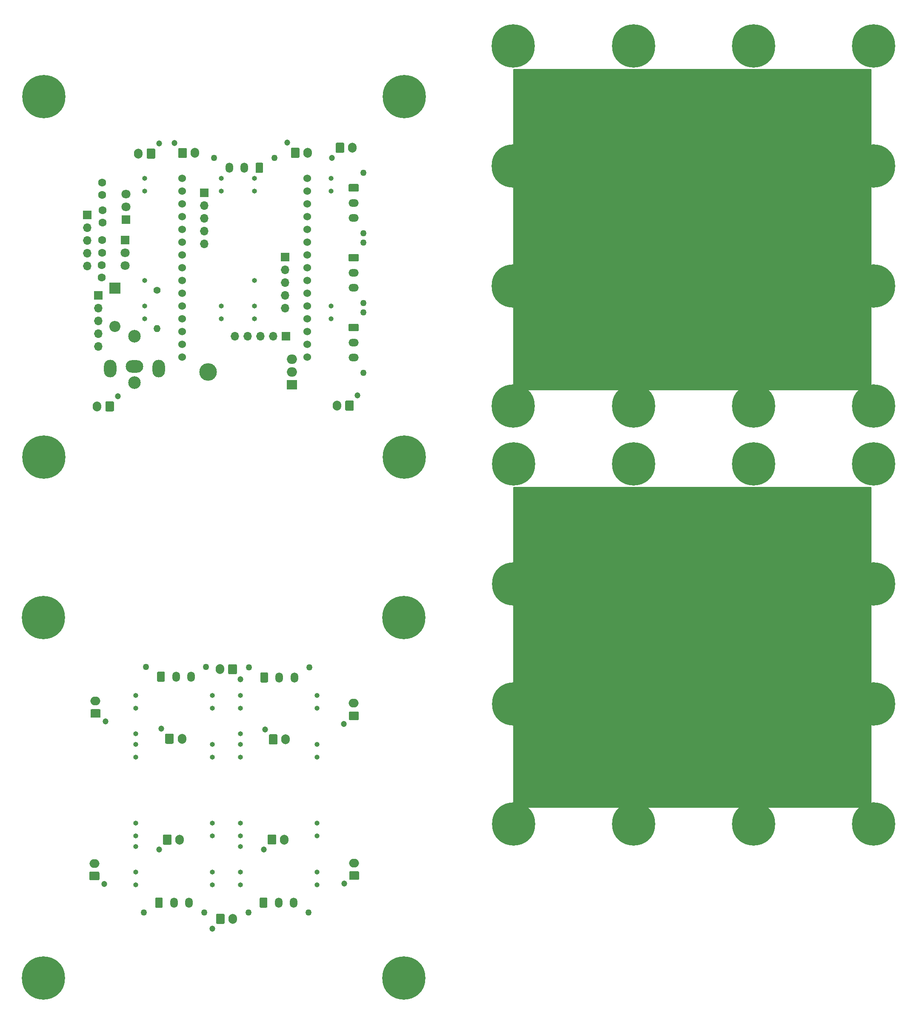
<source format=gbr>
G04 #@! TF.GenerationSoftware,KiCad,Pcbnew,5.1.5+dfsg1-2build2*
G04 #@! TF.CreationDate,2020-12-11T19:11:24+01:00*
G04 #@! TF.ProjectId,ariadne-v3-backup,61726961-646e-4652-9d76-332d6261636b,rev?*
G04 #@! TF.SameCoordinates,Original*
G04 #@! TF.FileFunction,Soldermask,Bot*
G04 #@! TF.FilePolarity,Negative*
%FSLAX46Y46*%
G04 Gerber Fmt 4.6, Leading zero omitted, Abs format (unit mm)*
G04 Created by KiCad (PCBNEW 5.1.5+dfsg1-2build2) date 2020-12-11 19:11:24*
%MOMM*%
%LPD*%
G04 APERTURE LIST*
%ADD10C,4.000000*%
%ADD11C,8.600000*%
%ADD12C,0.900000*%
%ADD13C,3.600000*%
%ADD14O,3.500000X2.500000*%
%ADD15O,2.500000X3.500000*%
%ADD16C,2.500000*%
%ADD17R,2.200000X2.200000*%
%ADD18O,2.200000X2.200000*%
%ADD19R,1.700000X1.700000*%
%ADD20O,1.700000X1.700000*%
%ADD21C,1.600000*%
%ADD22O,3.500000X3.500000*%
%ADD23R,2.000000X1.905000*%
%ADD24O,2.000000X1.905000*%
%ADD25C,1.400000*%
%ADD26O,1.400000X1.400000*%
%ADD27C,0.100000*%
%ADD28O,1.700000X2.000000*%
%ADD29C,1.200000*%
%ADD30O,1.000000X1.000000*%
%ADD31R,1.800000X1.800000*%
%ADD32C,1.800000*%
%ADD33C,1.524000*%
%ADD34C,1.270000*%
%ADD35O,1.500000X2.020000*%
%ADD36O,2.020000X1.500000*%
%ADD37O,2.000000X1.700000*%
%ADD38C,0.254000*%
G04 APERTURE END LIST*
D10*
X135010000Y-137667417D03*
X112382583Y-115040000D03*
X135010000Y-92412583D03*
X157637417Y-115040000D03*
D11*
X109410000Y-140890000D03*
D12*
X112635000Y-140890000D03*
X111690419Y-143170419D03*
X109410000Y-144115000D03*
X107129581Y-143170419D03*
X106185000Y-140890000D03*
X107129581Y-138609581D03*
X109410000Y-137665000D03*
X111690419Y-138609581D03*
X111690419Y-86909581D03*
X109410000Y-85965000D03*
X107129581Y-86909581D03*
X106185000Y-89190000D03*
X107129581Y-91470419D03*
X109410000Y-92415000D03*
X111690419Y-91470419D03*
X112635000Y-89190000D03*
D11*
X109410000Y-89190000D03*
D13*
X135235000Y-99615000D03*
X135235000Y-131015000D03*
X150935000Y-115315000D03*
X119535000Y-115315000D03*
D12*
X101690419Y-124709581D03*
X99410000Y-123765000D03*
X97129581Y-124709581D03*
X96185000Y-126990000D03*
X97129581Y-129270419D03*
X99410000Y-130215000D03*
X101690419Y-129270419D03*
X102635000Y-126990000D03*
D11*
X99410000Y-126990000D03*
D12*
X173390419Y-76909581D03*
X171110000Y-75965000D03*
X168829581Y-76909581D03*
X167885000Y-79190000D03*
X168829581Y-81470419D03*
X171110000Y-82415000D03*
X173390419Y-81470419D03*
X174335000Y-79190000D03*
D11*
X171110000Y-79190000D03*
D12*
X173390419Y-148609581D03*
X171110000Y-147665000D03*
X168829581Y-148609581D03*
X167885000Y-150890000D03*
X168829581Y-153170419D03*
X171110000Y-154115000D03*
X173390419Y-153170419D03*
X174335000Y-150890000D03*
D11*
X171110000Y-150890000D03*
D12*
X149490419Y-148609581D03*
X147210000Y-147665000D03*
X144929581Y-148609581D03*
X143985000Y-150890000D03*
X144929581Y-153170419D03*
X147210000Y-154115000D03*
X149490419Y-153170419D03*
X150435000Y-150890000D03*
D11*
X147210000Y-150890000D03*
X161110000Y-89190000D03*
D12*
X164335000Y-89190000D03*
X163390419Y-91470419D03*
X161110000Y-92415000D03*
X158829581Y-91470419D03*
X157885000Y-89190000D03*
X158829581Y-86909581D03*
X161110000Y-85965000D03*
X163390419Y-86909581D03*
X101690419Y-148609581D03*
X99410000Y-147665000D03*
X97129581Y-148609581D03*
X96185000Y-150890000D03*
X97129581Y-153170419D03*
X99410000Y-154115000D03*
X101690419Y-153170419D03*
X102635000Y-150890000D03*
D11*
X99410000Y-150890000D03*
D12*
X173390419Y-124709581D03*
X171110000Y-123765000D03*
X168829581Y-124709581D03*
X167885000Y-126990000D03*
X168829581Y-129270419D03*
X171110000Y-130215000D03*
X173390419Y-129270419D03*
X174335000Y-126990000D03*
D11*
X171110000Y-126990000D03*
D12*
X149490419Y-76909581D03*
X147210000Y-75965000D03*
X144929581Y-76909581D03*
X143985000Y-79190000D03*
X144929581Y-81470419D03*
X147210000Y-82415000D03*
X149490419Y-81470419D03*
X150435000Y-79190000D03*
D11*
X147210000Y-79190000D03*
D12*
X101690419Y-100809581D03*
X99410000Y-99865000D03*
X97129581Y-100809581D03*
X96185000Y-103090000D03*
X97129581Y-105370419D03*
X99410000Y-106315000D03*
X101690419Y-105370419D03*
X102635000Y-103090000D03*
D11*
X99410000Y-103090000D03*
D12*
X125590419Y-148609581D03*
X123310000Y-147665000D03*
X121029581Y-148609581D03*
X120085000Y-150890000D03*
X121029581Y-153170419D03*
X123310000Y-154115000D03*
X125590419Y-153170419D03*
X126535000Y-150890000D03*
D11*
X123310000Y-150890000D03*
D12*
X125590419Y-76909581D03*
X123310000Y-75965000D03*
X121029581Y-76909581D03*
X120085000Y-79190000D03*
X121029581Y-81470419D03*
X123310000Y-82415000D03*
X125590419Y-81470419D03*
X126535000Y-79190000D03*
D11*
X123310000Y-79190000D03*
X99410000Y-79190000D03*
D12*
X102635000Y-79190000D03*
X101690419Y-81470419D03*
X99410000Y-82415000D03*
X97129581Y-81470419D03*
X96185000Y-79190000D03*
X97129581Y-76909581D03*
X99410000Y-75965000D03*
X101690419Y-76909581D03*
D11*
X171110000Y-103090000D03*
D12*
X174335000Y-103090000D03*
X173390419Y-105370419D03*
X171110000Y-106315000D03*
X168829581Y-105370419D03*
X167885000Y-103090000D03*
X168829581Y-100809581D03*
X171110000Y-99865000D03*
X173390419Y-100809581D03*
X153390419Y-128609581D03*
X151110000Y-127665000D03*
X148829581Y-128609581D03*
X147885000Y-130890000D03*
X148829581Y-133170419D03*
X151110000Y-134115000D03*
X153390419Y-133170419D03*
X154335000Y-130890000D03*
D11*
X151110000Y-130890000D03*
D12*
X153390419Y-96909581D03*
X151110000Y-95965000D03*
X148829581Y-96909581D03*
X147885000Y-99190000D03*
X148829581Y-101470419D03*
X151110000Y-102415000D03*
X153390419Y-101470419D03*
X154335000Y-99190000D03*
D11*
X151110000Y-99190000D03*
D12*
X121690419Y-128609581D03*
X119410000Y-127665000D03*
X117129581Y-128609581D03*
X116185000Y-130890000D03*
X117129581Y-133170419D03*
X119410000Y-134115000D03*
X121690419Y-133170419D03*
X122635000Y-130890000D03*
D11*
X119410000Y-130890000D03*
X119410000Y-99190000D03*
D12*
X122635000Y-99190000D03*
X121690419Y-101470419D03*
X119410000Y-102415000D03*
X117129581Y-101470419D03*
X116185000Y-99190000D03*
X117129581Y-96909581D03*
X119410000Y-95965000D03*
X121690419Y-96909581D03*
D11*
X161110000Y-140890000D03*
D12*
X164335000Y-140890000D03*
X163390419Y-143170419D03*
X161110000Y-144115000D03*
X158829581Y-143170419D03*
X157885000Y-140890000D03*
X158829581Y-138609581D03*
X161110000Y-137665000D03*
X163390419Y-138609581D03*
D11*
X119400000Y-47750000D03*
D12*
X122625000Y-47750000D03*
X121680419Y-50030419D03*
X119400000Y-50975000D03*
X117119581Y-50030419D03*
X116175000Y-47750000D03*
X117119581Y-45469581D03*
X119400000Y-44525000D03*
X121680419Y-45469581D03*
D11*
X5900000Y-109800000D03*
D12*
X9125000Y-109800000D03*
X8180419Y-112080419D03*
X5900000Y-113025000D03*
X3619581Y-112080419D03*
X2675000Y-109800000D03*
X3619581Y-107519581D03*
X5900000Y-106575000D03*
X8180419Y-107519581D03*
X79880419Y-107519581D03*
X77600000Y-106575000D03*
X75319581Y-107519581D03*
X74375000Y-109800000D03*
X75319581Y-112080419D03*
X77600000Y-113025000D03*
X79880419Y-112080419D03*
X80825000Y-109800000D03*
D11*
X77600000Y-109800000D03*
D12*
X79880419Y-179219581D03*
X77600000Y-178275000D03*
X75319581Y-179219581D03*
X74375000Y-181500000D03*
X75319581Y-183780419D03*
X77600000Y-184725000D03*
X79880419Y-183780419D03*
X80825000Y-181500000D03*
D11*
X77600000Y-181500000D03*
D12*
X8180419Y-179219581D03*
X5900000Y-178275000D03*
X3619581Y-179219581D03*
X2675000Y-181500000D03*
X3619581Y-183780419D03*
X5900000Y-184725000D03*
X8180419Y-183780419D03*
X9125000Y-181500000D03*
D11*
X5900000Y-181500000D03*
D10*
X157627417Y-31900000D03*
X135000000Y-9272583D03*
X112372583Y-31900000D03*
X135000000Y-54527417D03*
D11*
X151100000Y-16050000D03*
D12*
X154325000Y-16050000D03*
X153380419Y-18330419D03*
X151100000Y-19275000D03*
X148819581Y-18330419D03*
X147875000Y-16050000D03*
X148819581Y-13769581D03*
X151100000Y-12825000D03*
X153380419Y-13769581D03*
X173380419Y-17669581D03*
X171100000Y-16725000D03*
X168819581Y-17669581D03*
X167875000Y-19950000D03*
X168819581Y-22230419D03*
X171100000Y-23175000D03*
X173380419Y-22230419D03*
X174325000Y-19950000D03*
D11*
X171100000Y-19950000D03*
X151100000Y-47750000D03*
D12*
X154325000Y-47750000D03*
X153380419Y-50030419D03*
X151100000Y-50975000D03*
X148819581Y-50030419D03*
X147875000Y-47750000D03*
X148819581Y-45469581D03*
X151100000Y-44525000D03*
X153380419Y-45469581D03*
X121680419Y-13769581D03*
X119400000Y-12825000D03*
X117119581Y-13769581D03*
X116175000Y-16050000D03*
X117119581Y-18330419D03*
X119400000Y-19275000D03*
X121680419Y-18330419D03*
X122625000Y-16050000D03*
D11*
X119400000Y-16050000D03*
D12*
X163380419Y-55469581D03*
X161100000Y-54525000D03*
X158819581Y-55469581D03*
X157875000Y-57750000D03*
X158819581Y-60030419D03*
X161100000Y-60975000D03*
X163380419Y-60030419D03*
X164325000Y-57750000D03*
D11*
X161100000Y-57750000D03*
D12*
X111680419Y-55469581D03*
X109400000Y-54525000D03*
X107119581Y-55469581D03*
X106175000Y-57750000D03*
X107119581Y-60030419D03*
X109400000Y-60975000D03*
X111680419Y-60030419D03*
X112625000Y-57750000D03*
D11*
X109400000Y-57750000D03*
D12*
X163380419Y-3769581D03*
X161100000Y-2825000D03*
X158819581Y-3769581D03*
X157875000Y-6050000D03*
X158819581Y-8330419D03*
X161100000Y-9275000D03*
X163380419Y-8330419D03*
X164325000Y-6050000D03*
D11*
X161100000Y-6050000D03*
X109400000Y-6050000D03*
D12*
X112625000Y-6050000D03*
X111680419Y-8330419D03*
X109400000Y-9275000D03*
X107119581Y-8330419D03*
X106175000Y-6050000D03*
X107119581Y-3769581D03*
X109400000Y-2825000D03*
X111680419Y-3769581D03*
D11*
X171100000Y-67750000D03*
D12*
X174325000Y-67750000D03*
X173380419Y-70030419D03*
X171100000Y-70975000D03*
X168819581Y-70030419D03*
X167875000Y-67750000D03*
X168819581Y-65469581D03*
X171100000Y-64525000D03*
X173380419Y-65469581D03*
D11*
X147200000Y-67750000D03*
D12*
X150425000Y-67750000D03*
X149480419Y-70030419D03*
X147200000Y-70975000D03*
X144919581Y-70030419D03*
X143975000Y-67750000D03*
X144919581Y-65469581D03*
X147200000Y-64525000D03*
X149480419Y-65469581D03*
D11*
X123300000Y-67750000D03*
D12*
X126525000Y-67750000D03*
X125580419Y-70030419D03*
X123300000Y-70975000D03*
X121019581Y-70030419D03*
X120075000Y-67750000D03*
X121019581Y-65469581D03*
X123300000Y-64525000D03*
X125580419Y-65469581D03*
D11*
X99400000Y-67750000D03*
D12*
X102625000Y-67750000D03*
X101680419Y-70030419D03*
X99400000Y-70975000D03*
X97119581Y-70030419D03*
X96175000Y-67750000D03*
X97119581Y-65469581D03*
X99400000Y-64525000D03*
X101680419Y-65469581D03*
D11*
X171100000Y-43850000D03*
D12*
X174325000Y-43850000D03*
X173380419Y-46130419D03*
X171100000Y-47075000D03*
X168819581Y-46130419D03*
X167875000Y-43850000D03*
X168819581Y-41569581D03*
X171100000Y-40625000D03*
X173380419Y-41569581D03*
D11*
X99400000Y-43850000D03*
D12*
X102625000Y-43850000D03*
X101680419Y-46130419D03*
X99400000Y-47075000D03*
X97119581Y-46130419D03*
X96175000Y-43850000D03*
X97119581Y-41569581D03*
X99400000Y-40625000D03*
X101680419Y-41569581D03*
D11*
X99400000Y-19950000D03*
D12*
X102625000Y-19950000D03*
X101680419Y-22230419D03*
X99400000Y-23175000D03*
X97119581Y-22230419D03*
X96175000Y-19950000D03*
X97119581Y-17669581D03*
X99400000Y-16725000D03*
X101680419Y-17669581D03*
D11*
X171100000Y3950000D03*
D12*
X174325000Y3950000D03*
X173380419Y1669581D03*
X171100000Y725000D03*
X168819581Y1669581D03*
X167875000Y3950000D03*
X168819581Y6230419D03*
X171100000Y7175000D03*
X173380419Y6230419D03*
D11*
X147200000Y3950000D03*
D12*
X150425000Y3950000D03*
X149480419Y1669581D03*
X147200000Y725000D03*
X144919581Y1669581D03*
X143975000Y3950000D03*
X144919581Y6230419D03*
X147200000Y7175000D03*
X149480419Y6230419D03*
D11*
X123300000Y3950000D03*
D12*
X126525000Y3950000D03*
X125580419Y1669581D03*
X123300000Y725000D03*
X121019581Y1669581D03*
X120075000Y3950000D03*
X121019581Y6230419D03*
X123300000Y7175000D03*
X125580419Y6230419D03*
X101680419Y6230419D03*
X99400000Y7175000D03*
X97119581Y6230419D03*
X96175000Y3950000D03*
X97119581Y1669581D03*
X99400000Y725000D03*
X101680419Y1669581D03*
X102625000Y3950000D03*
D11*
X99400000Y3950000D03*
X77700000Y-77900000D03*
D12*
X80925000Y-77900000D03*
X79980419Y-80180419D03*
X77700000Y-81125000D03*
X75419581Y-80180419D03*
X74475000Y-77900000D03*
X75419581Y-75619581D03*
X77700000Y-74675000D03*
X79980419Y-75619581D03*
D11*
X6000000Y-77900000D03*
D12*
X9225000Y-77900000D03*
X8280419Y-80180419D03*
X6000000Y-81125000D03*
X3719581Y-80180419D03*
X2775000Y-77900000D03*
X3719581Y-75619581D03*
X6000000Y-74675000D03*
X8280419Y-75619581D03*
D11*
X77700000Y-6200000D03*
D12*
X80925000Y-6200000D03*
X79980419Y-8480419D03*
X77700000Y-9425000D03*
X75419581Y-8480419D03*
X74475000Y-6200000D03*
X75419581Y-3919581D03*
X77700000Y-2975000D03*
X79980419Y-3919581D03*
X8280419Y-3919581D03*
X6000000Y-2975000D03*
X3719581Y-3919581D03*
X2775000Y-6200000D03*
X3719581Y-8480419D03*
X6000000Y-9425000D03*
X8280419Y-8480419D03*
X9225000Y-6200000D03*
D11*
X6000000Y-6200000D03*
D13*
X119525000Y-32175000D03*
X150925000Y-32175000D03*
X135225000Y-47875000D03*
X135225000Y-16475000D03*
D14*
X24000000Y-59800000D03*
D15*
X19200000Y-60300000D03*
X28800000Y-60300000D03*
D16*
X24000000Y-53800000D03*
X24000000Y-63050000D03*
D17*
X20075000Y-44225000D03*
D18*
X20075000Y-51845000D03*
D19*
X54000000Y-38100000D03*
D20*
X54000000Y-40640000D03*
X54000000Y-43180000D03*
X54000000Y-45720000D03*
X54000000Y-48260000D03*
X44015000Y-53825000D03*
X46555000Y-53825000D03*
X49095000Y-53825000D03*
X51635000Y-53825000D03*
D19*
X54175000Y-53825000D03*
X14625000Y-29700000D03*
D20*
X14625000Y-32240000D03*
X14625000Y-34780000D03*
X14625000Y-37320000D03*
X14625000Y-39860000D03*
D19*
X16800000Y-45725000D03*
D20*
X16800000Y-48265000D03*
X16800000Y-50805000D03*
X16800000Y-53345000D03*
X16800000Y-55885000D03*
X37875000Y-35460000D03*
X37875000Y-32920000D03*
X37875000Y-30380000D03*
X37875000Y-27840000D03*
D19*
X37875000Y-25300000D03*
D21*
X17550000Y-23225000D03*
X17550000Y-25725000D03*
X17575000Y-37225000D03*
X17575000Y-34725000D03*
X17700000Y-31250000D03*
X17700000Y-28750000D03*
X17525000Y-39650000D03*
X17525000Y-42150000D03*
D22*
X38665000Y-60960000D03*
D23*
X55325000Y-63500000D03*
D24*
X55325000Y-60960000D03*
X55325000Y-58420000D03*
D25*
X28525000Y-44675000D03*
D26*
X28525000Y-52295000D03*
D27*
G36*
X52224504Y-133026204D02*
G01*
X52248773Y-133029804D01*
X52272571Y-133035765D01*
X52295671Y-133044030D01*
X52317849Y-133054520D01*
X52338893Y-133067133D01*
X52358598Y-133081747D01*
X52376777Y-133098223D01*
X52393253Y-133116402D01*
X52407867Y-133136107D01*
X52420480Y-133157151D01*
X52430970Y-133179329D01*
X52439235Y-133202429D01*
X52445196Y-133226227D01*
X52448796Y-133250496D01*
X52450000Y-133275000D01*
X52450000Y-134775000D01*
X52448796Y-134799504D01*
X52445196Y-134823773D01*
X52439235Y-134847571D01*
X52430970Y-134870671D01*
X52420480Y-134892849D01*
X52407867Y-134913893D01*
X52393253Y-134933598D01*
X52376777Y-134951777D01*
X52358598Y-134968253D01*
X52338893Y-134982867D01*
X52317849Y-134995480D01*
X52295671Y-135005970D01*
X52272571Y-135014235D01*
X52248773Y-135020196D01*
X52224504Y-135023796D01*
X52200000Y-135025000D01*
X51000000Y-135025000D01*
X50975496Y-135023796D01*
X50951227Y-135020196D01*
X50927429Y-135014235D01*
X50904329Y-135005970D01*
X50882151Y-134995480D01*
X50861107Y-134982867D01*
X50841402Y-134968253D01*
X50823223Y-134951777D01*
X50806747Y-134933598D01*
X50792133Y-134913893D01*
X50779520Y-134892849D01*
X50769030Y-134870671D01*
X50760765Y-134847571D01*
X50754804Y-134823773D01*
X50751204Y-134799504D01*
X50750000Y-134775000D01*
X50750000Y-133275000D01*
X50751204Y-133250496D01*
X50754804Y-133226227D01*
X50760765Y-133202429D01*
X50769030Y-133179329D01*
X50779520Y-133157151D01*
X50792133Y-133136107D01*
X50806747Y-133116402D01*
X50823223Y-133098223D01*
X50841402Y-133081747D01*
X50861107Y-133067133D01*
X50882151Y-133054520D01*
X50904329Y-133044030D01*
X50927429Y-133035765D01*
X50951227Y-133029804D01*
X50975496Y-133026204D01*
X51000000Y-133025000D01*
X52200000Y-133025000D01*
X52224504Y-133026204D01*
G37*
D28*
X54100000Y-134025000D03*
D29*
X50000000Y-132025000D03*
D27*
G36*
X34174504Y-16376204D02*
G01*
X34198773Y-16379804D01*
X34222571Y-16385765D01*
X34245671Y-16394030D01*
X34267849Y-16404520D01*
X34288893Y-16417133D01*
X34308598Y-16431747D01*
X34326777Y-16448223D01*
X34343253Y-16466402D01*
X34357867Y-16486107D01*
X34370480Y-16507151D01*
X34380970Y-16529329D01*
X34389235Y-16552429D01*
X34395196Y-16576227D01*
X34398796Y-16600496D01*
X34400000Y-16625000D01*
X34400000Y-18125000D01*
X34398796Y-18149504D01*
X34395196Y-18173773D01*
X34389235Y-18197571D01*
X34380970Y-18220671D01*
X34370480Y-18242849D01*
X34357867Y-18263893D01*
X34343253Y-18283598D01*
X34326777Y-18301777D01*
X34308598Y-18318253D01*
X34288893Y-18332867D01*
X34267849Y-18345480D01*
X34245671Y-18355970D01*
X34222571Y-18364235D01*
X34198773Y-18370196D01*
X34174504Y-18373796D01*
X34150000Y-18375000D01*
X32950000Y-18375000D01*
X32925496Y-18373796D01*
X32901227Y-18370196D01*
X32877429Y-18364235D01*
X32854329Y-18355970D01*
X32832151Y-18345480D01*
X32811107Y-18332867D01*
X32791402Y-18318253D01*
X32773223Y-18301777D01*
X32756747Y-18283598D01*
X32742133Y-18263893D01*
X32729520Y-18242849D01*
X32719030Y-18220671D01*
X32710765Y-18197571D01*
X32704804Y-18173773D01*
X32701204Y-18149504D01*
X32700000Y-18125000D01*
X32700000Y-16625000D01*
X32701204Y-16600496D01*
X32704804Y-16576227D01*
X32710765Y-16552429D01*
X32719030Y-16529329D01*
X32729520Y-16507151D01*
X32742133Y-16486107D01*
X32756747Y-16466402D01*
X32773223Y-16448223D01*
X32791402Y-16431747D01*
X32811107Y-16417133D01*
X32832151Y-16404520D01*
X32854329Y-16394030D01*
X32877429Y-16385765D01*
X32901227Y-16379804D01*
X32925496Y-16376204D01*
X32950000Y-16375000D01*
X34150000Y-16375000D01*
X34174504Y-16376204D01*
G37*
D28*
X36050000Y-17375000D03*
D29*
X31950000Y-15375000D03*
D30*
X41270000Y-22410000D03*
X41270000Y-24950000D03*
X41270000Y-47810000D03*
X41270000Y-50350000D03*
X26030000Y-42730000D03*
X26030000Y-50350000D03*
X26030000Y-47810000D03*
X26030000Y-24950000D03*
X26030000Y-22410000D03*
X45055000Y-135060000D03*
X45055000Y-137600000D03*
X45055000Y-160460000D03*
X45055000Y-163000000D03*
X45055000Y-155380000D03*
X60295000Y-163000000D03*
X60295000Y-160460000D03*
X60295000Y-137600000D03*
X60295000Y-135060000D03*
D31*
X22275000Y-30650000D03*
D32*
X22275000Y-28110000D03*
X22275000Y-25570000D03*
X22150000Y-39805000D03*
X22150000Y-37265000D03*
D31*
X22150000Y-34725000D03*
D29*
X54375000Y-15325000D03*
D28*
X58475000Y-17325000D03*
D27*
G36*
X56599504Y-16326204D02*
G01*
X56623773Y-16329804D01*
X56647571Y-16335765D01*
X56670671Y-16344030D01*
X56692849Y-16354520D01*
X56713893Y-16367133D01*
X56733598Y-16381747D01*
X56751777Y-16398223D01*
X56768253Y-16416402D01*
X56782867Y-16436107D01*
X56795480Y-16457151D01*
X56805970Y-16479329D01*
X56814235Y-16502429D01*
X56820196Y-16526227D01*
X56823796Y-16550496D01*
X56825000Y-16575000D01*
X56825000Y-18075000D01*
X56823796Y-18099504D01*
X56820196Y-18123773D01*
X56814235Y-18147571D01*
X56805970Y-18170671D01*
X56795480Y-18192849D01*
X56782867Y-18213893D01*
X56768253Y-18233598D01*
X56751777Y-18251777D01*
X56733598Y-18268253D01*
X56713893Y-18282867D01*
X56692849Y-18295480D01*
X56670671Y-18305970D01*
X56647571Y-18314235D01*
X56623773Y-18320196D01*
X56599504Y-18323796D01*
X56575000Y-18325000D01*
X55375000Y-18325000D01*
X55350496Y-18323796D01*
X55326227Y-18320196D01*
X55302429Y-18314235D01*
X55279329Y-18305970D01*
X55257151Y-18295480D01*
X55236107Y-18282867D01*
X55216402Y-18268253D01*
X55198223Y-18251777D01*
X55181747Y-18233598D01*
X55167133Y-18213893D01*
X55154520Y-18192849D01*
X55144030Y-18170671D01*
X55135765Y-18147571D01*
X55129804Y-18123773D01*
X55126204Y-18099504D01*
X55125000Y-18075000D01*
X55125000Y-16575000D01*
X55126204Y-16550496D01*
X55129804Y-16526227D01*
X55135765Y-16502429D01*
X55144030Y-16479329D01*
X55154520Y-16457151D01*
X55167133Y-16436107D01*
X55181747Y-16416402D01*
X55198223Y-16398223D01*
X55216402Y-16381747D01*
X55236107Y-16367133D01*
X55257151Y-16354520D01*
X55279329Y-16344030D01*
X55302429Y-16335765D01*
X55326227Y-16329804D01*
X55350496Y-16326204D01*
X55375000Y-16325000D01*
X56575000Y-16325000D01*
X56599504Y-16326204D01*
G37*
G36*
X31149504Y-152976204D02*
G01*
X31173773Y-152979804D01*
X31197571Y-152985765D01*
X31220671Y-152994030D01*
X31242849Y-153004520D01*
X31263893Y-153017133D01*
X31283598Y-153031747D01*
X31301777Y-153048223D01*
X31318253Y-153066402D01*
X31332867Y-153086107D01*
X31345480Y-153107151D01*
X31355970Y-153129329D01*
X31364235Y-153152429D01*
X31370196Y-153176227D01*
X31373796Y-153200496D01*
X31375000Y-153225000D01*
X31375000Y-154725000D01*
X31373796Y-154749504D01*
X31370196Y-154773773D01*
X31364235Y-154797571D01*
X31355970Y-154820671D01*
X31345480Y-154842849D01*
X31332867Y-154863893D01*
X31318253Y-154883598D01*
X31301777Y-154901777D01*
X31283598Y-154918253D01*
X31263893Y-154932867D01*
X31242849Y-154945480D01*
X31220671Y-154955970D01*
X31197571Y-154964235D01*
X31173773Y-154970196D01*
X31149504Y-154973796D01*
X31125000Y-154975000D01*
X29925000Y-154975000D01*
X29900496Y-154973796D01*
X29876227Y-154970196D01*
X29852429Y-154964235D01*
X29829329Y-154955970D01*
X29807151Y-154945480D01*
X29786107Y-154932867D01*
X29766402Y-154918253D01*
X29748223Y-154901777D01*
X29731747Y-154883598D01*
X29717133Y-154863893D01*
X29704520Y-154842849D01*
X29694030Y-154820671D01*
X29685765Y-154797571D01*
X29679804Y-154773773D01*
X29676204Y-154749504D01*
X29675000Y-154725000D01*
X29675000Y-153225000D01*
X29676204Y-153200496D01*
X29679804Y-153176227D01*
X29685765Y-153152429D01*
X29694030Y-153129329D01*
X29704520Y-153107151D01*
X29717133Y-153086107D01*
X29731747Y-153066402D01*
X29748223Y-153048223D01*
X29766402Y-153031747D01*
X29786107Y-153017133D01*
X29807151Y-153004520D01*
X29829329Y-152994030D01*
X29852429Y-152985765D01*
X29876227Y-152979804D01*
X29900496Y-152976204D01*
X29925000Y-152975000D01*
X31125000Y-152975000D01*
X31149504Y-152976204D01*
G37*
D28*
X33025000Y-153975000D03*
D29*
X28925000Y-155975000D03*
D30*
X24255000Y-153190000D03*
X24255000Y-150650000D03*
X24255000Y-127790000D03*
X24255000Y-125250000D03*
X24255000Y-132870000D03*
X39495000Y-125250000D03*
X39495000Y-127790000D03*
X39495000Y-150650000D03*
X39495000Y-153190000D03*
X63095000Y-22410000D03*
X63095000Y-24950000D03*
X63095000Y-47810000D03*
X63095000Y-50350000D03*
X47855000Y-42730000D03*
X47855000Y-50350000D03*
X47855000Y-47810000D03*
X47855000Y-24950000D03*
X47855000Y-22410000D03*
D33*
X58396000Y-57984000D03*
X58396000Y-55444000D03*
X58396000Y-52904000D03*
X58396000Y-50364000D03*
X58396000Y-47824000D03*
X58396000Y-45284000D03*
X58396000Y-42744000D03*
X58396000Y-40204000D03*
X58396000Y-37664000D03*
X58396000Y-35124000D03*
X58396000Y-32584000D03*
X58396000Y-30044000D03*
X58396000Y-27504000D03*
X58396000Y-24964000D03*
X58396000Y-24964000D03*
X58396000Y-22424000D03*
X33504000Y-22424000D03*
X33504000Y-24964000D03*
X33504000Y-27504000D03*
X33504000Y-30044000D03*
X33504000Y-32584000D03*
X33504000Y-35124000D03*
X33504000Y-37664000D03*
X33504000Y-40204000D03*
X33504000Y-42744000D03*
X33504000Y-45284000D03*
X33504000Y-47824000D03*
X33504000Y-50364000D03*
X33504000Y-52904000D03*
X33504000Y-55444000D03*
X33504000Y-57984000D03*
D27*
G36*
X31574504Y-132901204D02*
G01*
X31598773Y-132904804D01*
X31622571Y-132910765D01*
X31645671Y-132919030D01*
X31667849Y-132929520D01*
X31688893Y-132942133D01*
X31708598Y-132956747D01*
X31726777Y-132973223D01*
X31743253Y-132991402D01*
X31757867Y-133011107D01*
X31770480Y-133032151D01*
X31780970Y-133054329D01*
X31789235Y-133077429D01*
X31795196Y-133101227D01*
X31798796Y-133125496D01*
X31800000Y-133150000D01*
X31800000Y-134650000D01*
X31798796Y-134674504D01*
X31795196Y-134698773D01*
X31789235Y-134722571D01*
X31780970Y-134745671D01*
X31770480Y-134767849D01*
X31757867Y-134788893D01*
X31743253Y-134808598D01*
X31726777Y-134826777D01*
X31708598Y-134843253D01*
X31688893Y-134857867D01*
X31667849Y-134870480D01*
X31645671Y-134880970D01*
X31622571Y-134889235D01*
X31598773Y-134895196D01*
X31574504Y-134898796D01*
X31550000Y-134900000D01*
X30350000Y-134900000D01*
X30325496Y-134898796D01*
X30301227Y-134895196D01*
X30277429Y-134889235D01*
X30254329Y-134880970D01*
X30232151Y-134870480D01*
X30211107Y-134857867D01*
X30191402Y-134843253D01*
X30173223Y-134826777D01*
X30156747Y-134808598D01*
X30142133Y-134788893D01*
X30129520Y-134767849D01*
X30119030Y-134745671D01*
X30110765Y-134722571D01*
X30104804Y-134698773D01*
X30101204Y-134674504D01*
X30100000Y-134650000D01*
X30100000Y-133150000D01*
X30101204Y-133125496D01*
X30104804Y-133101227D01*
X30110765Y-133077429D01*
X30119030Y-133054329D01*
X30129520Y-133032151D01*
X30142133Y-133011107D01*
X30156747Y-132991402D01*
X30173223Y-132973223D01*
X30191402Y-132956747D01*
X30211107Y-132942133D01*
X30232151Y-132929520D01*
X30254329Y-132919030D01*
X30277429Y-132910765D01*
X30301227Y-132904804D01*
X30325496Y-132901204D01*
X30350000Y-132900000D01*
X31550000Y-132900000D01*
X31574504Y-132901204D01*
G37*
D28*
X33450000Y-133900000D03*
D29*
X29350000Y-131900000D03*
X49750000Y-155950000D03*
D28*
X53850000Y-153950000D03*
D27*
G36*
X51974504Y-152951204D02*
G01*
X51998773Y-152954804D01*
X52022571Y-152960765D01*
X52045671Y-152969030D01*
X52067849Y-152979520D01*
X52088893Y-152992133D01*
X52108598Y-153006747D01*
X52126777Y-153023223D01*
X52143253Y-153041402D01*
X52157867Y-153061107D01*
X52170480Y-153082151D01*
X52180970Y-153104329D01*
X52189235Y-153127429D01*
X52195196Y-153151227D01*
X52198796Y-153175496D01*
X52200000Y-153200000D01*
X52200000Y-154700000D01*
X52198796Y-154724504D01*
X52195196Y-154748773D01*
X52189235Y-154772571D01*
X52180970Y-154795671D01*
X52170480Y-154817849D01*
X52157867Y-154838893D01*
X52143253Y-154858598D01*
X52126777Y-154876777D01*
X52108598Y-154893253D01*
X52088893Y-154907867D01*
X52067849Y-154920480D01*
X52045671Y-154930970D01*
X52022571Y-154939235D01*
X51998773Y-154945196D01*
X51974504Y-154948796D01*
X51950000Y-154950000D01*
X50750000Y-154950000D01*
X50725496Y-154948796D01*
X50701227Y-154945196D01*
X50677429Y-154939235D01*
X50654329Y-154930970D01*
X50632151Y-154920480D01*
X50611107Y-154907867D01*
X50591402Y-154893253D01*
X50573223Y-154876777D01*
X50556747Y-154858598D01*
X50542133Y-154838893D01*
X50529520Y-154817849D01*
X50519030Y-154795671D01*
X50510765Y-154772571D01*
X50504804Y-154748773D01*
X50501204Y-154724504D01*
X50500000Y-154700000D01*
X50500000Y-153200000D01*
X50501204Y-153175496D01*
X50504804Y-153151227D01*
X50510765Y-153127429D01*
X50519030Y-153104329D01*
X50529520Y-153082151D01*
X50542133Y-153061107D01*
X50556747Y-153041402D01*
X50573223Y-153023223D01*
X50591402Y-153006747D01*
X50611107Y-152992133D01*
X50632151Y-152979520D01*
X50654329Y-152969030D01*
X50677429Y-152960765D01*
X50701227Y-152954804D01*
X50725496Y-152951204D01*
X50750000Y-152950000D01*
X51950000Y-152950000D01*
X51974504Y-152951204D01*
G37*
D30*
X60295000Y-153190000D03*
X60295000Y-150650000D03*
X60295000Y-127790000D03*
X60295000Y-125250000D03*
X45055000Y-132870000D03*
X45055000Y-125250000D03*
X45055000Y-127790000D03*
X45055000Y-150650000D03*
X45055000Y-153190000D03*
X24305000Y-135060000D03*
X24305000Y-137600000D03*
X24305000Y-160460000D03*
X24305000Y-163000000D03*
X24305000Y-155380000D03*
X39545000Y-163000000D03*
X39545000Y-160460000D03*
X39545000Y-137600000D03*
X39545000Y-135060000D03*
D29*
X63300000Y-18325000D03*
D28*
X67400000Y-16325000D03*
D27*
G36*
X65524504Y-15326204D02*
G01*
X65548773Y-15329804D01*
X65572571Y-15335765D01*
X65595671Y-15344030D01*
X65617849Y-15354520D01*
X65638893Y-15367133D01*
X65658598Y-15381747D01*
X65676777Y-15398223D01*
X65693253Y-15416402D01*
X65707867Y-15436107D01*
X65720480Y-15457151D01*
X65730970Y-15479329D01*
X65739235Y-15502429D01*
X65745196Y-15526227D01*
X65748796Y-15550496D01*
X65750000Y-15575000D01*
X65750000Y-17075000D01*
X65748796Y-17099504D01*
X65745196Y-17123773D01*
X65739235Y-17147571D01*
X65730970Y-17170671D01*
X65720480Y-17192849D01*
X65707867Y-17213893D01*
X65693253Y-17233598D01*
X65676777Y-17251777D01*
X65658598Y-17268253D01*
X65638893Y-17282867D01*
X65617849Y-17295480D01*
X65595671Y-17305970D01*
X65572571Y-17314235D01*
X65548773Y-17320196D01*
X65524504Y-17323796D01*
X65500000Y-17325000D01*
X64300000Y-17325000D01*
X64275496Y-17323796D01*
X64251227Y-17320196D01*
X64227429Y-17314235D01*
X64204329Y-17305970D01*
X64182151Y-17295480D01*
X64161107Y-17282867D01*
X64141402Y-17268253D01*
X64123223Y-17251777D01*
X64106747Y-17233598D01*
X64092133Y-17213893D01*
X64079520Y-17192849D01*
X64069030Y-17170671D01*
X64060765Y-17147571D01*
X64054804Y-17123773D01*
X64051204Y-17099504D01*
X64050000Y-17075000D01*
X64050000Y-15575000D01*
X64051204Y-15550496D01*
X64054804Y-15526227D01*
X64060765Y-15502429D01*
X64069030Y-15479329D01*
X64079520Y-15457151D01*
X64092133Y-15436107D01*
X64106747Y-15416402D01*
X64123223Y-15398223D01*
X64141402Y-15381747D01*
X64161107Y-15367133D01*
X64182151Y-15354520D01*
X64204329Y-15344030D01*
X64227429Y-15335765D01*
X64251227Y-15329804D01*
X64275496Y-15326204D01*
X64300000Y-15325000D01*
X65500000Y-15325000D01*
X65524504Y-15326204D01*
G37*
D29*
X28900000Y-15500000D03*
D28*
X24800000Y-17500000D03*
D27*
G36*
X27924504Y-16501204D02*
G01*
X27948773Y-16504804D01*
X27972571Y-16510765D01*
X27995671Y-16519030D01*
X28017849Y-16529520D01*
X28038893Y-16542133D01*
X28058598Y-16556747D01*
X28076777Y-16573223D01*
X28093253Y-16591402D01*
X28107867Y-16611107D01*
X28120480Y-16632151D01*
X28130970Y-16654329D01*
X28139235Y-16677429D01*
X28145196Y-16701227D01*
X28148796Y-16725496D01*
X28150000Y-16750000D01*
X28150000Y-18250000D01*
X28148796Y-18274504D01*
X28145196Y-18298773D01*
X28139235Y-18322571D01*
X28130970Y-18345671D01*
X28120480Y-18367849D01*
X28107867Y-18388893D01*
X28093253Y-18408598D01*
X28076777Y-18426777D01*
X28058598Y-18443253D01*
X28038893Y-18457867D01*
X28017849Y-18470480D01*
X27995671Y-18480970D01*
X27972571Y-18489235D01*
X27948773Y-18495196D01*
X27924504Y-18498796D01*
X27900000Y-18500000D01*
X26700000Y-18500000D01*
X26675496Y-18498796D01*
X26651227Y-18495196D01*
X26627429Y-18489235D01*
X26604329Y-18480970D01*
X26582151Y-18470480D01*
X26561107Y-18457867D01*
X26541402Y-18443253D01*
X26523223Y-18426777D01*
X26506747Y-18408598D01*
X26492133Y-18388893D01*
X26479520Y-18367849D01*
X26469030Y-18345671D01*
X26460765Y-18322571D01*
X26454804Y-18298773D01*
X26451204Y-18274504D01*
X26450000Y-18250000D01*
X26450000Y-16750000D01*
X26451204Y-16725496D01*
X26454804Y-16701227D01*
X26460765Y-16677429D01*
X26469030Y-16654329D01*
X26479520Y-16632151D01*
X26492133Y-16611107D01*
X26506747Y-16591402D01*
X26523223Y-16573223D01*
X26541402Y-16556747D01*
X26561107Y-16542133D01*
X26582151Y-16529520D01*
X26604329Y-16519030D01*
X26627429Y-16510765D01*
X26651227Y-16504804D01*
X26675496Y-16501204D01*
X26700000Y-16500000D01*
X27900000Y-16500000D01*
X27924504Y-16501204D01*
G37*
D34*
X46675000Y-168460000D03*
X58675000Y-168460000D03*
D27*
G36*
X50199504Y-165491204D02*
G01*
X50223773Y-165494804D01*
X50247571Y-165500765D01*
X50270671Y-165509030D01*
X50292849Y-165519520D01*
X50313893Y-165532133D01*
X50333598Y-165546747D01*
X50351777Y-165563223D01*
X50368253Y-165581402D01*
X50382867Y-165601107D01*
X50395480Y-165622151D01*
X50405970Y-165644329D01*
X50414235Y-165667429D01*
X50420196Y-165691227D01*
X50423796Y-165715496D01*
X50425000Y-165740000D01*
X50425000Y-167260000D01*
X50423796Y-167284504D01*
X50420196Y-167308773D01*
X50414235Y-167332571D01*
X50405970Y-167355671D01*
X50395480Y-167377849D01*
X50382867Y-167398893D01*
X50368253Y-167418598D01*
X50351777Y-167436777D01*
X50333598Y-167453253D01*
X50313893Y-167467867D01*
X50292849Y-167480480D01*
X50270671Y-167490970D01*
X50247571Y-167499235D01*
X50223773Y-167505196D01*
X50199504Y-167508796D01*
X50175000Y-167510000D01*
X49175000Y-167510000D01*
X49150496Y-167508796D01*
X49126227Y-167505196D01*
X49102429Y-167499235D01*
X49079329Y-167490970D01*
X49057151Y-167480480D01*
X49036107Y-167467867D01*
X49016402Y-167453253D01*
X48998223Y-167436777D01*
X48981747Y-167418598D01*
X48967133Y-167398893D01*
X48954520Y-167377849D01*
X48944030Y-167355671D01*
X48935765Y-167332571D01*
X48929804Y-167308773D01*
X48926204Y-167284504D01*
X48925000Y-167260000D01*
X48925000Y-165740000D01*
X48926204Y-165715496D01*
X48929804Y-165691227D01*
X48935765Y-165667429D01*
X48944030Y-165644329D01*
X48954520Y-165622151D01*
X48967133Y-165601107D01*
X48981747Y-165581402D01*
X48998223Y-165563223D01*
X49016402Y-165546747D01*
X49036107Y-165532133D01*
X49057151Y-165519520D01*
X49079329Y-165509030D01*
X49102429Y-165500765D01*
X49126227Y-165494804D01*
X49150496Y-165491204D01*
X49175000Y-165490000D01*
X50175000Y-165490000D01*
X50199504Y-165491204D01*
G37*
D35*
X52675000Y-166500000D03*
X55675000Y-166500000D03*
D36*
X67600000Y-30300000D03*
X67600000Y-27300000D03*
D27*
G36*
X68384504Y-23551204D02*
G01*
X68408773Y-23554804D01*
X68432571Y-23560765D01*
X68455671Y-23569030D01*
X68477849Y-23579520D01*
X68498893Y-23592133D01*
X68518598Y-23606747D01*
X68536777Y-23623223D01*
X68553253Y-23641402D01*
X68567867Y-23661107D01*
X68580480Y-23682151D01*
X68590970Y-23704329D01*
X68599235Y-23727429D01*
X68605196Y-23751227D01*
X68608796Y-23775496D01*
X68610000Y-23800000D01*
X68610000Y-24800000D01*
X68608796Y-24824504D01*
X68605196Y-24848773D01*
X68599235Y-24872571D01*
X68590970Y-24895671D01*
X68580480Y-24917849D01*
X68567867Y-24938893D01*
X68553253Y-24958598D01*
X68536777Y-24976777D01*
X68518598Y-24993253D01*
X68498893Y-25007867D01*
X68477849Y-25020480D01*
X68455671Y-25030970D01*
X68432571Y-25039235D01*
X68408773Y-25045196D01*
X68384504Y-25048796D01*
X68360000Y-25050000D01*
X66840000Y-25050000D01*
X66815496Y-25048796D01*
X66791227Y-25045196D01*
X66767429Y-25039235D01*
X66744329Y-25030970D01*
X66722151Y-25020480D01*
X66701107Y-25007867D01*
X66681402Y-24993253D01*
X66663223Y-24976777D01*
X66646747Y-24958598D01*
X66632133Y-24938893D01*
X66619520Y-24917849D01*
X66609030Y-24895671D01*
X66600765Y-24872571D01*
X66594804Y-24848773D01*
X66591204Y-24824504D01*
X66590000Y-24800000D01*
X66590000Y-23800000D01*
X66591204Y-23775496D01*
X66594804Y-23751227D01*
X66600765Y-23727429D01*
X66609030Y-23704329D01*
X66619520Y-23682151D01*
X66632133Y-23661107D01*
X66646747Y-23641402D01*
X66663223Y-23623223D01*
X66681402Y-23606747D01*
X66701107Y-23592133D01*
X66722151Y-23579520D01*
X66744329Y-23569030D01*
X66767429Y-23560765D01*
X66791227Y-23554804D01*
X66815496Y-23551204D01*
X66840000Y-23550000D01*
X68360000Y-23550000D01*
X68384504Y-23551204D01*
G37*
D34*
X69560000Y-33300000D03*
X69560000Y-21300000D03*
X26275000Y-119590000D03*
X38275000Y-119590000D03*
D27*
G36*
X29799504Y-120541204D02*
G01*
X29823773Y-120544804D01*
X29847571Y-120550765D01*
X29870671Y-120559030D01*
X29892849Y-120569520D01*
X29913893Y-120582133D01*
X29933598Y-120596747D01*
X29951777Y-120613223D01*
X29968253Y-120631402D01*
X29982867Y-120651107D01*
X29995480Y-120672151D01*
X30005970Y-120694329D01*
X30014235Y-120717429D01*
X30020196Y-120741227D01*
X30023796Y-120765496D01*
X30025000Y-120790000D01*
X30025000Y-122310000D01*
X30023796Y-122334504D01*
X30020196Y-122358773D01*
X30014235Y-122382571D01*
X30005970Y-122405671D01*
X29995480Y-122427849D01*
X29982867Y-122448893D01*
X29968253Y-122468598D01*
X29951777Y-122486777D01*
X29933598Y-122503253D01*
X29913893Y-122517867D01*
X29892849Y-122530480D01*
X29870671Y-122540970D01*
X29847571Y-122549235D01*
X29823773Y-122555196D01*
X29799504Y-122558796D01*
X29775000Y-122560000D01*
X28775000Y-122560000D01*
X28750496Y-122558796D01*
X28726227Y-122555196D01*
X28702429Y-122549235D01*
X28679329Y-122540970D01*
X28657151Y-122530480D01*
X28636107Y-122517867D01*
X28616402Y-122503253D01*
X28598223Y-122486777D01*
X28581747Y-122468598D01*
X28567133Y-122448893D01*
X28554520Y-122427849D01*
X28544030Y-122405671D01*
X28535765Y-122382571D01*
X28529804Y-122358773D01*
X28526204Y-122334504D01*
X28525000Y-122310000D01*
X28525000Y-120790000D01*
X28526204Y-120765496D01*
X28529804Y-120741227D01*
X28535765Y-120717429D01*
X28544030Y-120694329D01*
X28554520Y-120672151D01*
X28567133Y-120651107D01*
X28581747Y-120631402D01*
X28598223Y-120613223D01*
X28616402Y-120596747D01*
X28636107Y-120582133D01*
X28657151Y-120569520D01*
X28679329Y-120559030D01*
X28702429Y-120550765D01*
X28726227Y-120544804D01*
X28750496Y-120541204D01*
X28775000Y-120540000D01*
X29775000Y-120540000D01*
X29799504Y-120541204D01*
G37*
D35*
X32275000Y-121550000D03*
X35275000Y-121550000D03*
X42850000Y-20325000D03*
X45850000Y-20325000D03*
D27*
G36*
X49374504Y-19316204D02*
G01*
X49398773Y-19319804D01*
X49422571Y-19325765D01*
X49445671Y-19334030D01*
X49467849Y-19344520D01*
X49488893Y-19357133D01*
X49508598Y-19371747D01*
X49526777Y-19388223D01*
X49543253Y-19406402D01*
X49557867Y-19426107D01*
X49570480Y-19447151D01*
X49580970Y-19469329D01*
X49589235Y-19492429D01*
X49595196Y-19516227D01*
X49598796Y-19540496D01*
X49600000Y-19565000D01*
X49600000Y-21085000D01*
X49598796Y-21109504D01*
X49595196Y-21133773D01*
X49589235Y-21157571D01*
X49580970Y-21180671D01*
X49570480Y-21202849D01*
X49557867Y-21223893D01*
X49543253Y-21243598D01*
X49526777Y-21261777D01*
X49508598Y-21278253D01*
X49488893Y-21292867D01*
X49467849Y-21305480D01*
X49445671Y-21315970D01*
X49422571Y-21324235D01*
X49398773Y-21330196D01*
X49374504Y-21333796D01*
X49350000Y-21335000D01*
X48350000Y-21335000D01*
X48325496Y-21333796D01*
X48301227Y-21330196D01*
X48277429Y-21324235D01*
X48254329Y-21315970D01*
X48232151Y-21305480D01*
X48211107Y-21292867D01*
X48191402Y-21278253D01*
X48173223Y-21261777D01*
X48156747Y-21243598D01*
X48142133Y-21223893D01*
X48129520Y-21202849D01*
X48119030Y-21180671D01*
X48110765Y-21157571D01*
X48104804Y-21133773D01*
X48101204Y-21109504D01*
X48100000Y-21085000D01*
X48100000Y-19565000D01*
X48101204Y-19540496D01*
X48104804Y-19516227D01*
X48110765Y-19492429D01*
X48119030Y-19469329D01*
X48129520Y-19447151D01*
X48142133Y-19426107D01*
X48156747Y-19406402D01*
X48173223Y-19388223D01*
X48191402Y-19371747D01*
X48211107Y-19357133D01*
X48232151Y-19344520D01*
X48254329Y-19334030D01*
X48277429Y-19325765D01*
X48301227Y-19319804D01*
X48325496Y-19316204D01*
X48350000Y-19315000D01*
X49350000Y-19315000D01*
X49374504Y-19316204D01*
G37*
D34*
X39850000Y-18365000D03*
X51850000Y-18365000D03*
D35*
X55825000Y-121700000D03*
X52825000Y-121700000D03*
D27*
G36*
X50349504Y-120691204D02*
G01*
X50373773Y-120694804D01*
X50397571Y-120700765D01*
X50420671Y-120709030D01*
X50442849Y-120719520D01*
X50463893Y-120732133D01*
X50483598Y-120746747D01*
X50501777Y-120763223D01*
X50518253Y-120781402D01*
X50532867Y-120801107D01*
X50545480Y-120822151D01*
X50555970Y-120844329D01*
X50564235Y-120867429D01*
X50570196Y-120891227D01*
X50573796Y-120915496D01*
X50575000Y-120940000D01*
X50575000Y-122460000D01*
X50573796Y-122484504D01*
X50570196Y-122508773D01*
X50564235Y-122532571D01*
X50555970Y-122555671D01*
X50545480Y-122577849D01*
X50532867Y-122598893D01*
X50518253Y-122618598D01*
X50501777Y-122636777D01*
X50483598Y-122653253D01*
X50463893Y-122667867D01*
X50442849Y-122680480D01*
X50420671Y-122690970D01*
X50397571Y-122699235D01*
X50373773Y-122705196D01*
X50349504Y-122708796D01*
X50325000Y-122710000D01*
X49325000Y-122710000D01*
X49300496Y-122708796D01*
X49276227Y-122705196D01*
X49252429Y-122699235D01*
X49229329Y-122690970D01*
X49207151Y-122680480D01*
X49186107Y-122667867D01*
X49166402Y-122653253D01*
X49148223Y-122636777D01*
X49131747Y-122618598D01*
X49117133Y-122598893D01*
X49104520Y-122577849D01*
X49094030Y-122555671D01*
X49085765Y-122532571D01*
X49079804Y-122508773D01*
X49076204Y-122484504D01*
X49075000Y-122460000D01*
X49075000Y-120940000D01*
X49076204Y-120915496D01*
X49079804Y-120891227D01*
X49085765Y-120867429D01*
X49094030Y-120844329D01*
X49104520Y-120822151D01*
X49117133Y-120801107D01*
X49131747Y-120781402D01*
X49148223Y-120763223D01*
X49166402Y-120746747D01*
X49186107Y-120732133D01*
X49207151Y-120719520D01*
X49229329Y-120709030D01*
X49252429Y-120700765D01*
X49276227Y-120694804D01*
X49300496Y-120691204D01*
X49325000Y-120690000D01*
X50325000Y-120690000D01*
X50349504Y-120691204D01*
G37*
D34*
X58825000Y-119740000D03*
X46825000Y-119740000D03*
D35*
X34875000Y-166500000D03*
X31875000Y-166500000D03*
D27*
G36*
X29399504Y-165491204D02*
G01*
X29423773Y-165494804D01*
X29447571Y-165500765D01*
X29470671Y-165509030D01*
X29492849Y-165519520D01*
X29513893Y-165532133D01*
X29533598Y-165546747D01*
X29551777Y-165563223D01*
X29568253Y-165581402D01*
X29582867Y-165601107D01*
X29595480Y-165622151D01*
X29605970Y-165644329D01*
X29614235Y-165667429D01*
X29620196Y-165691227D01*
X29623796Y-165715496D01*
X29625000Y-165740000D01*
X29625000Y-167260000D01*
X29623796Y-167284504D01*
X29620196Y-167308773D01*
X29614235Y-167332571D01*
X29605970Y-167355671D01*
X29595480Y-167377849D01*
X29582867Y-167398893D01*
X29568253Y-167418598D01*
X29551777Y-167436777D01*
X29533598Y-167453253D01*
X29513893Y-167467867D01*
X29492849Y-167480480D01*
X29470671Y-167490970D01*
X29447571Y-167499235D01*
X29423773Y-167505196D01*
X29399504Y-167508796D01*
X29375000Y-167510000D01*
X28375000Y-167510000D01*
X28350496Y-167508796D01*
X28326227Y-167505196D01*
X28302429Y-167499235D01*
X28279329Y-167490970D01*
X28257151Y-167480480D01*
X28236107Y-167467867D01*
X28216402Y-167453253D01*
X28198223Y-167436777D01*
X28181747Y-167418598D01*
X28167133Y-167398893D01*
X28154520Y-167377849D01*
X28144030Y-167355671D01*
X28135765Y-167332571D01*
X28129804Y-167308773D01*
X28126204Y-167284504D01*
X28125000Y-167260000D01*
X28125000Y-165740000D01*
X28126204Y-165715496D01*
X28129804Y-165691227D01*
X28135765Y-165667429D01*
X28144030Y-165644329D01*
X28154520Y-165622151D01*
X28167133Y-165601107D01*
X28181747Y-165581402D01*
X28198223Y-165563223D01*
X28216402Y-165546747D01*
X28236107Y-165532133D01*
X28257151Y-165519520D01*
X28279329Y-165509030D01*
X28302429Y-165500765D01*
X28326227Y-165494804D01*
X28350496Y-165491204D01*
X28375000Y-165490000D01*
X29375000Y-165490000D01*
X29399504Y-165491204D01*
G37*
D34*
X37875000Y-168460000D03*
X25875000Y-168460000D03*
X69560000Y-35200000D03*
X69560000Y-47200000D03*
D27*
G36*
X68384504Y-37451204D02*
G01*
X68408773Y-37454804D01*
X68432571Y-37460765D01*
X68455671Y-37469030D01*
X68477849Y-37479520D01*
X68498893Y-37492133D01*
X68518598Y-37506747D01*
X68536777Y-37523223D01*
X68553253Y-37541402D01*
X68567867Y-37561107D01*
X68580480Y-37582151D01*
X68590970Y-37604329D01*
X68599235Y-37627429D01*
X68605196Y-37651227D01*
X68608796Y-37675496D01*
X68610000Y-37700000D01*
X68610000Y-38700000D01*
X68608796Y-38724504D01*
X68605196Y-38748773D01*
X68599235Y-38772571D01*
X68590970Y-38795671D01*
X68580480Y-38817849D01*
X68567867Y-38838893D01*
X68553253Y-38858598D01*
X68536777Y-38876777D01*
X68518598Y-38893253D01*
X68498893Y-38907867D01*
X68477849Y-38920480D01*
X68455671Y-38930970D01*
X68432571Y-38939235D01*
X68408773Y-38945196D01*
X68384504Y-38948796D01*
X68360000Y-38950000D01*
X66840000Y-38950000D01*
X66815496Y-38948796D01*
X66791227Y-38945196D01*
X66767429Y-38939235D01*
X66744329Y-38930970D01*
X66722151Y-38920480D01*
X66701107Y-38907867D01*
X66681402Y-38893253D01*
X66663223Y-38876777D01*
X66646747Y-38858598D01*
X66632133Y-38838893D01*
X66619520Y-38817849D01*
X66609030Y-38795671D01*
X66600765Y-38772571D01*
X66594804Y-38748773D01*
X66591204Y-38724504D01*
X66590000Y-38700000D01*
X66590000Y-37700000D01*
X66591204Y-37675496D01*
X66594804Y-37651227D01*
X66600765Y-37627429D01*
X66609030Y-37604329D01*
X66619520Y-37582151D01*
X66632133Y-37561107D01*
X66646747Y-37541402D01*
X66663223Y-37523223D01*
X66681402Y-37506747D01*
X66701107Y-37492133D01*
X66722151Y-37479520D01*
X66744329Y-37469030D01*
X66767429Y-37460765D01*
X66791227Y-37454804D01*
X66815496Y-37451204D01*
X66840000Y-37450000D01*
X68360000Y-37450000D01*
X68384504Y-37451204D01*
G37*
D36*
X67600000Y-41200000D03*
X67600000Y-44200000D03*
D34*
X69560000Y-49100000D03*
X69560000Y-61100000D03*
D27*
G36*
X68384504Y-51351204D02*
G01*
X68408773Y-51354804D01*
X68432571Y-51360765D01*
X68455671Y-51369030D01*
X68477849Y-51379520D01*
X68498893Y-51392133D01*
X68518598Y-51406747D01*
X68536777Y-51423223D01*
X68553253Y-51441402D01*
X68567867Y-51461107D01*
X68580480Y-51482151D01*
X68590970Y-51504329D01*
X68599235Y-51527429D01*
X68605196Y-51551227D01*
X68608796Y-51575496D01*
X68610000Y-51600000D01*
X68610000Y-52600000D01*
X68608796Y-52624504D01*
X68605196Y-52648773D01*
X68599235Y-52672571D01*
X68590970Y-52695671D01*
X68580480Y-52717849D01*
X68567867Y-52738893D01*
X68553253Y-52758598D01*
X68536777Y-52776777D01*
X68518598Y-52793253D01*
X68498893Y-52807867D01*
X68477849Y-52820480D01*
X68455671Y-52830970D01*
X68432571Y-52839235D01*
X68408773Y-52845196D01*
X68384504Y-52848796D01*
X68360000Y-52850000D01*
X66840000Y-52850000D01*
X66815496Y-52848796D01*
X66791227Y-52845196D01*
X66767429Y-52839235D01*
X66744329Y-52830970D01*
X66722151Y-52820480D01*
X66701107Y-52807867D01*
X66681402Y-52793253D01*
X66663223Y-52776777D01*
X66646747Y-52758598D01*
X66632133Y-52738893D01*
X66619520Y-52717849D01*
X66609030Y-52695671D01*
X66600765Y-52672571D01*
X66594804Y-52648773D01*
X66591204Y-52624504D01*
X66590000Y-52600000D01*
X66590000Y-51600000D01*
X66591204Y-51575496D01*
X66594804Y-51551227D01*
X66600765Y-51527429D01*
X66609030Y-51504329D01*
X66619520Y-51482151D01*
X66632133Y-51461107D01*
X66646747Y-51441402D01*
X66663223Y-51423223D01*
X66681402Y-51406747D01*
X66701107Y-51392133D01*
X66722151Y-51379520D01*
X66744329Y-51369030D01*
X66767429Y-51360765D01*
X66791227Y-51354804D01*
X66815496Y-51351204D01*
X66840000Y-51350000D01*
X68360000Y-51350000D01*
X68384504Y-51351204D01*
G37*
D36*
X67600000Y-55100000D03*
X67600000Y-58100000D03*
D29*
X18025000Y-162800000D03*
D37*
X16025000Y-158700000D03*
D27*
G36*
X16799504Y-160351204D02*
G01*
X16823773Y-160354804D01*
X16847571Y-160360765D01*
X16870671Y-160369030D01*
X16892849Y-160379520D01*
X16913893Y-160392133D01*
X16933598Y-160406747D01*
X16951777Y-160423223D01*
X16968253Y-160441402D01*
X16982867Y-160461107D01*
X16995480Y-160482151D01*
X17005970Y-160504329D01*
X17014235Y-160527429D01*
X17020196Y-160551227D01*
X17023796Y-160575496D01*
X17025000Y-160600000D01*
X17025000Y-161800000D01*
X17023796Y-161824504D01*
X17020196Y-161848773D01*
X17014235Y-161872571D01*
X17005970Y-161895671D01*
X16995480Y-161917849D01*
X16982867Y-161938893D01*
X16968253Y-161958598D01*
X16951777Y-161976777D01*
X16933598Y-161993253D01*
X16913893Y-162007867D01*
X16892849Y-162020480D01*
X16870671Y-162030970D01*
X16847571Y-162039235D01*
X16823773Y-162045196D01*
X16799504Y-162048796D01*
X16775000Y-162050000D01*
X15275000Y-162050000D01*
X15250496Y-162048796D01*
X15226227Y-162045196D01*
X15202429Y-162039235D01*
X15179329Y-162030970D01*
X15157151Y-162020480D01*
X15136107Y-162007867D01*
X15116402Y-161993253D01*
X15098223Y-161976777D01*
X15081747Y-161958598D01*
X15067133Y-161938893D01*
X15054520Y-161917849D01*
X15044030Y-161895671D01*
X15035765Y-161872571D01*
X15029804Y-161848773D01*
X15026204Y-161824504D01*
X15025000Y-161800000D01*
X15025000Y-160600000D01*
X15026204Y-160575496D01*
X15029804Y-160551227D01*
X15035765Y-160527429D01*
X15044030Y-160504329D01*
X15054520Y-160482151D01*
X15067133Y-160461107D01*
X15081747Y-160441402D01*
X15098223Y-160423223D01*
X15116402Y-160406747D01*
X15136107Y-160392133D01*
X15157151Y-160379520D01*
X15179329Y-160369030D01*
X15202429Y-160360765D01*
X15226227Y-160354804D01*
X15250496Y-160351204D01*
X15275000Y-160350000D01*
X16775000Y-160350000D01*
X16799504Y-160351204D01*
G37*
G36*
X68499504Y-160276204D02*
G01*
X68523773Y-160279804D01*
X68547571Y-160285765D01*
X68570671Y-160294030D01*
X68592849Y-160304520D01*
X68613893Y-160317133D01*
X68633598Y-160331747D01*
X68651777Y-160348223D01*
X68668253Y-160366402D01*
X68682867Y-160386107D01*
X68695480Y-160407151D01*
X68705970Y-160429329D01*
X68714235Y-160452429D01*
X68720196Y-160476227D01*
X68723796Y-160500496D01*
X68725000Y-160525000D01*
X68725000Y-161725000D01*
X68723796Y-161749504D01*
X68720196Y-161773773D01*
X68714235Y-161797571D01*
X68705970Y-161820671D01*
X68695480Y-161842849D01*
X68682867Y-161863893D01*
X68668253Y-161883598D01*
X68651777Y-161901777D01*
X68633598Y-161918253D01*
X68613893Y-161932867D01*
X68592849Y-161945480D01*
X68570671Y-161955970D01*
X68547571Y-161964235D01*
X68523773Y-161970196D01*
X68499504Y-161973796D01*
X68475000Y-161975000D01*
X66975000Y-161975000D01*
X66950496Y-161973796D01*
X66926227Y-161970196D01*
X66902429Y-161964235D01*
X66879329Y-161955970D01*
X66857151Y-161945480D01*
X66836107Y-161932867D01*
X66816402Y-161918253D01*
X66798223Y-161901777D01*
X66781747Y-161883598D01*
X66767133Y-161863893D01*
X66754520Y-161842849D01*
X66744030Y-161820671D01*
X66735765Y-161797571D01*
X66729804Y-161773773D01*
X66726204Y-161749504D01*
X66725000Y-161725000D01*
X66725000Y-160525000D01*
X66726204Y-160500496D01*
X66729804Y-160476227D01*
X66735765Y-160452429D01*
X66744030Y-160429329D01*
X66754520Y-160407151D01*
X66767133Y-160386107D01*
X66781747Y-160366402D01*
X66798223Y-160348223D01*
X66816402Y-160331747D01*
X66836107Y-160317133D01*
X66857151Y-160304520D01*
X66879329Y-160294030D01*
X66902429Y-160285765D01*
X66926227Y-160279804D01*
X66950496Y-160276204D01*
X66975000Y-160275000D01*
X68475000Y-160275000D01*
X68499504Y-160276204D01*
G37*
D37*
X67725000Y-158625000D03*
D29*
X65725000Y-162725000D03*
D27*
G36*
X19699504Y-66776204D02*
G01*
X19723773Y-66779804D01*
X19747571Y-66785765D01*
X19770671Y-66794030D01*
X19792849Y-66804520D01*
X19813893Y-66817133D01*
X19833598Y-66831747D01*
X19851777Y-66848223D01*
X19868253Y-66866402D01*
X19882867Y-66886107D01*
X19895480Y-66907151D01*
X19905970Y-66929329D01*
X19914235Y-66952429D01*
X19920196Y-66976227D01*
X19923796Y-67000496D01*
X19925000Y-67025000D01*
X19925000Y-68525000D01*
X19923796Y-68549504D01*
X19920196Y-68573773D01*
X19914235Y-68597571D01*
X19905970Y-68620671D01*
X19895480Y-68642849D01*
X19882867Y-68663893D01*
X19868253Y-68683598D01*
X19851777Y-68701777D01*
X19833598Y-68718253D01*
X19813893Y-68732867D01*
X19792849Y-68745480D01*
X19770671Y-68755970D01*
X19747571Y-68764235D01*
X19723773Y-68770196D01*
X19699504Y-68773796D01*
X19675000Y-68775000D01*
X18475000Y-68775000D01*
X18450496Y-68773796D01*
X18426227Y-68770196D01*
X18402429Y-68764235D01*
X18379329Y-68755970D01*
X18357151Y-68745480D01*
X18336107Y-68732867D01*
X18316402Y-68718253D01*
X18298223Y-68701777D01*
X18281747Y-68683598D01*
X18267133Y-68663893D01*
X18254520Y-68642849D01*
X18244030Y-68620671D01*
X18235765Y-68597571D01*
X18229804Y-68573773D01*
X18226204Y-68549504D01*
X18225000Y-68525000D01*
X18225000Y-67025000D01*
X18226204Y-67000496D01*
X18229804Y-66976227D01*
X18235765Y-66952429D01*
X18244030Y-66929329D01*
X18254520Y-66907151D01*
X18267133Y-66886107D01*
X18281747Y-66866402D01*
X18298223Y-66848223D01*
X18316402Y-66831747D01*
X18336107Y-66817133D01*
X18357151Y-66804520D01*
X18379329Y-66794030D01*
X18402429Y-66785765D01*
X18426227Y-66779804D01*
X18450496Y-66776204D01*
X18475000Y-66775000D01*
X19675000Y-66775000D01*
X19699504Y-66776204D01*
G37*
D28*
X16575000Y-67775000D03*
D29*
X20675000Y-65775000D03*
X68375000Y-65625000D03*
D28*
X64275000Y-67625000D03*
D27*
G36*
X67399504Y-66626204D02*
G01*
X67423773Y-66629804D01*
X67447571Y-66635765D01*
X67470671Y-66644030D01*
X67492849Y-66654520D01*
X67513893Y-66667133D01*
X67533598Y-66681747D01*
X67551777Y-66698223D01*
X67568253Y-66716402D01*
X67582867Y-66736107D01*
X67595480Y-66757151D01*
X67605970Y-66779329D01*
X67614235Y-66802429D01*
X67620196Y-66826227D01*
X67623796Y-66850496D01*
X67625000Y-66875000D01*
X67625000Y-68375000D01*
X67623796Y-68399504D01*
X67620196Y-68423773D01*
X67614235Y-68447571D01*
X67605970Y-68470671D01*
X67595480Y-68492849D01*
X67582867Y-68513893D01*
X67568253Y-68533598D01*
X67551777Y-68551777D01*
X67533598Y-68568253D01*
X67513893Y-68582867D01*
X67492849Y-68595480D01*
X67470671Y-68605970D01*
X67447571Y-68614235D01*
X67423773Y-68620196D01*
X67399504Y-68623796D01*
X67375000Y-68625000D01*
X66175000Y-68625000D01*
X66150496Y-68623796D01*
X66126227Y-68620196D01*
X66102429Y-68614235D01*
X66079329Y-68605970D01*
X66057151Y-68595480D01*
X66036107Y-68582867D01*
X66016402Y-68568253D01*
X65998223Y-68551777D01*
X65981747Y-68533598D01*
X65967133Y-68513893D01*
X65954520Y-68492849D01*
X65944030Y-68470671D01*
X65935765Y-68447571D01*
X65929804Y-68423773D01*
X65926204Y-68399504D01*
X65925000Y-68375000D01*
X65925000Y-66875000D01*
X65926204Y-66850496D01*
X65929804Y-66826227D01*
X65935765Y-66802429D01*
X65944030Y-66779329D01*
X65954520Y-66757151D01*
X65967133Y-66736107D01*
X65981747Y-66716402D01*
X65998223Y-66698223D01*
X66016402Y-66681747D01*
X66036107Y-66667133D01*
X66057151Y-66654520D01*
X66079329Y-66644030D01*
X66102429Y-66635765D01*
X66126227Y-66629804D01*
X66150496Y-66626204D01*
X66175000Y-66625000D01*
X67375000Y-66625000D01*
X67399504Y-66626204D01*
G37*
D29*
X65650000Y-130950000D03*
D37*
X67650000Y-126850000D03*
D27*
G36*
X68424504Y-128501204D02*
G01*
X68448773Y-128504804D01*
X68472571Y-128510765D01*
X68495671Y-128519030D01*
X68517849Y-128529520D01*
X68538893Y-128542133D01*
X68558598Y-128556747D01*
X68576777Y-128573223D01*
X68593253Y-128591402D01*
X68607867Y-128611107D01*
X68620480Y-128632151D01*
X68630970Y-128654329D01*
X68639235Y-128677429D01*
X68645196Y-128701227D01*
X68648796Y-128725496D01*
X68650000Y-128750000D01*
X68650000Y-129950000D01*
X68648796Y-129974504D01*
X68645196Y-129998773D01*
X68639235Y-130022571D01*
X68630970Y-130045671D01*
X68620480Y-130067849D01*
X68607867Y-130088893D01*
X68593253Y-130108598D01*
X68576777Y-130126777D01*
X68558598Y-130143253D01*
X68538893Y-130157867D01*
X68517849Y-130170480D01*
X68495671Y-130180970D01*
X68472571Y-130189235D01*
X68448773Y-130195196D01*
X68424504Y-130198796D01*
X68400000Y-130200000D01*
X66900000Y-130200000D01*
X66875496Y-130198796D01*
X66851227Y-130195196D01*
X66827429Y-130189235D01*
X66804329Y-130180970D01*
X66782151Y-130170480D01*
X66761107Y-130157867D01*
X66741402Y-130143253D01*
X66723223Y-130126777D01*
X66706747Y-130108598D01*
X66692133Y-130088893D01*
X66679520Y-130067849D01*
X66669030Y-130045671D01*
X66660765Y-130022571D01*
X66654804Y-129998773D01*
X66651204Y-129974504D01*
X66650000Y-129950000D01*
X66650000Y-128750000D01*
X66651204Y-128725496D01*
X66654804Y-128701227D01*
X66660765Y-128677429D01*
X66669030Y-128654329D01*
X66679520Y-128632151D01*
X66692133Y-128611107D01*
X66706747Y-128591402D01*
X66723223Y-128573223D01*
X66741402Y-128556747D01*
X66761107Y-128542133D01*
X66782151Y-128529520D01*
X66804329Y-128519030D01*
X66827429Y-128510765D01*
X66851227Y-128504804D01*
X66875496Y-128501204D01*
X66900000Y-128500000D01*
X68400000Y-128500000D01*
X68424504Y-128501204D01*
G37*
G36*
X41724504Y-168726204D02*
G01*
X41748773Y-168729804D01*
X41772571Y-168735765D01*
X41795671Y-168744030D01*
X41817849Y-168754520D01*
X41838893Y-168767133D01*
X41858598Y-168781747D01*
X41876777Y-168798223D01*
X41893253Y-168816402D01*
X41907867Y-168836107D01*
X41920480Y-168857151D01*
X41930970Y-168879329D01*
X41939235Y-168902429D01*
X41945196Y-168926227D01*
X41948796Y-168950496D01*
X41950000Y-168975000D01*
X41950000Y-170475000D01*
X41948796Y-170499504D01*
X41945196Y-170523773D01*
X41939235Y-170547571D01*
X41930970Y-170570671D01*
X41920480Y-170592849D01*
X41907867Y-170613893D01*
X41893253Y-170633598D01*
X41876777Y-170651777D01*
X41858598Y-170668253D01*
X41838893Y-170682867D01*
X41817849Y-170695480D01*
X41795671Y-170705970D01*
X41772571Y-170714235D01*
X41748773Y-170720196D01*
X41724504Y-170723796D01*
X41700000Y-170725000D01*
X40500000Y-170725000D01*
X40475496Y-170723796D01*
X40451227Y-170720196D01*
X40427429Y-170714235D01*
X40404329Y-170705970D01*
X40382151Y-170695480D01*
X40361107Y-170682867D01*
X40341402Y-170668253D01*
X40323223Y-170651777D01*
X40306747Y-170633598D01*
X40292133Y-170613893D01*
X40279520Y-170592849D01*
X40269030Y-170570671D01*
X40260765Y-170547571D01*
X40254804Y-170523773D01*
X40251204Y-170499504D01*
X40250000Y-170475000D01*
X40250000Y-168975000D01*
X40251204Y-168950496D01*
X40254804Y-168926227D01*
X40260765Y-168902429D01*
X40269030Y-168879329D01*
X40279520Y-168857151D01*
X40292133Y-168836107D01*
X40306747Y-168816402D01*
X40323223Y-168798223D01*
X40341402Y-168781747D01*
X40361107Y-168767133D01*
X40382151Y-168754520D01*
X40404329Y-168744030D01*
X40427429Y-168735765D01*
X40451227Y-168729804D01*
X40475496Y-168726204D01*
X40500000Y-168725000D01*
X41700000Y-168725000D01*
X41724504Y-168726204D01*
G37*
D28*
X43600000Y-169725000D03*
D29*
X39500000Y-171725000D03*
D27*
G36*
X44149504Y-119076204D02*
G01*
X44173773Y-119079804D01*
X44197571Y-119085765D01*
X44220671Y-119094030D01*
X44242849Y-119104520D01*
X44263893Y-119117133D01*
X44283598Y-119131747D01*
X44301777Y-119148223D01*
X44318253Y-119166402D01*
X44332867Y-119186107D01*
X44345480Y-119207151D01*
X44355970Y-119229329D01*
X44364235Y-119252429D01*
X44370196Y-119276227D01*
X44373796Y-119300496D01*
X44375000Y-119325000D01*
X44375000Y-120825000D01*
X44373796Y-120849504D01*
X44370196Y-120873773D01*
X44364235Y-120897571D01*
X44355970Y-120920671D01*
X44345480Y-120942849D01*
X44332867Y-120963893D01*
X44318253Y-120983598D01*
X44301777Y-121001777D01*
X44283598Y-121018253D01*
X44263893Y-121032867D01*
X44242849Y-121045480D01*
X44220671Y-121055970D01*
X44197571Y-121064235D01*
X44173773Y-121070196D01*
X44149504Y-121073796D01*
X44125000Y-121075000D01*
X42925000Y-121075000D01*
X42900496Y-121073796D01*
X42876227Y-121070196D01*
X42852429Y-121064235D01*
X42829329Y-121055970D01*
X42807151Y-121045480D01*
X42786107Y-121032867D01*
X42766402Y-121018253D01*
X42748223Y-121001777D01*
X42731747Y-120983598D01*
X42717133Y-120963893D01*
X42704520Y-120942849D01*
X42694030Y-120920671D01*
X42685765Y-120897571D01*
X42679804Y-120873773D01*
X42676204Y-120849504D01*
X42675000Y-120825000D01*
X42675000Y-119325000D01*
X42676204Y-119300496D01*
X42679804Y-119276227D01*
X42685765Y-119252429D01*
X42694030Y-119229329D01*
X42704520Y-119207151D01*
X42717133Y-119186107D01*
X42731747Y-119166402D01*
X42748223Y-119148223D01*
X42766402Y-119131747D01*
X42786107Y-119117133D01*
X42807151Y-119104520D01*
X42829329Y-119094030D01*
X42852429Y-119085765D01*
X42876227Y-119079804D01*
X42900496Y-119076204D01*
X42925000Y-119075000D01*
X44125000Y-119075000D01*
X44149504Y-119076204D01*
G37*
D28*
X41025000Y-120075000D03*
D29*
X45125000Y-122075000D03*
D27*
G36*
X17024504Y-128026204D02*
G01*
X17048773Y-128029804D01*
X17072571Y-128035765D01*
X17095671Y-128044030D01*
X17117849Y-128054520D01*
X17138893Y-128067133D01*
X17158598Y-128081747D01*
X17176777Y-128098223D01*
X17193253Y-128116402D01*
X17207867Y-128136107D01*
X17220480Y-128157151D01*
X17230970Y-128179329D01*
X17239235Y-128202429D01*
X17245196Y-128226227D01*
X17248796Y-128250496D01*
X17250000Y-128275000D01*
X17250000Y-129475000D01*
X17248796Y-129499504D01*
X17245196Y-129523773D01*
X17239235Y-129547571D01*
X17230970Y-129570671D01*
X17220480Y-129592849D01*
X17207867Y-129613893D01*
X17193253Y-129633598D01*
X17176777Y-129651777D01*
X17158598Y-129668253D01*
X17138893Y-129682867D01*
X17117849Y-129695480D01*
X17095671Y-129705970D01*
X17072571Y-129714235D01*
X17048773Y-129720196D01*
X17024504Y-129723796D01*
X17000000Y-129725000D01*
X15500000Y-129725000D01*
X15475496Y-129723796D01*
X15451227Y-129720196D01*
X15427429Y-129714235D01*
X15404329Y-129705970D01*
X15382151Y-129695480D01*
X15361107Y-129682867D01*
X15341402Y-129668253D01*
X15323223Y-129651777D01*
X15306747Y-129633598D01*
X15292133Y-129613893D01*
X15279520Y-129592849D01*
X15269030Y-129570671D01*
X15260765Y-129547571D01*
X15254804Y-129523773D01*
X15251204Y-129499504D01*
X15250000Y-129475000D01*
X15250000Y-128275000D01*
X15251204Y-128250496D01*
X15254804Y-128226227D01*
X15260765Y-128202429D01*
X15269030Y-128179329D01*
X15279520Y-128157151D01*
X15292133Y-128136107D01*
X15306747Y-128116402D01*
X15323223Y-128098223D01*
X15341402Y-128081747D01*
X15361107Y-128067133D01*
X15382151Y-128054520D01*
X15404329Y-128044030D01*
X15427429Y-128035765D01*
X15451227Y-128029804D01*
X15475496Y-128026204D01*
X15500000Y-128025000D01*
X17000000Y-128025000D01*
X17024504Y-128026204D01*
G37*
D37*
X16250000Y-126375000D03*
D29*
X18250000Y-130475000D03*
D38*
G36*
X170473000Y-64373000D02*
G01*
X99427000Y-64373000D01*
X99427000Y-727000D01*
X170473000Y-727000D01*
X170473000Y-64373000D01*
G37*
X170473000Y-64373000D02*
X99427000Y-64373000D01*
X99427000Y-727000D01*
X170473000Y-727000D01*
X170473000Y-64373000D01*
G36*
X170483000Y-147513000D02*
G01*
X99437000Y-147513000D01*
X99437000Y-83867000D01*
X170483000Y-83867000D01*
X170483000Y-147513000D01*
G37*
X170483000Y-147513000D02*
X99437000Y-147513000D01*
X99437000Y-83867000D01*
X170483000Y-83867000D01*
X170483000Y-147513000D01*
M02*

</source>
